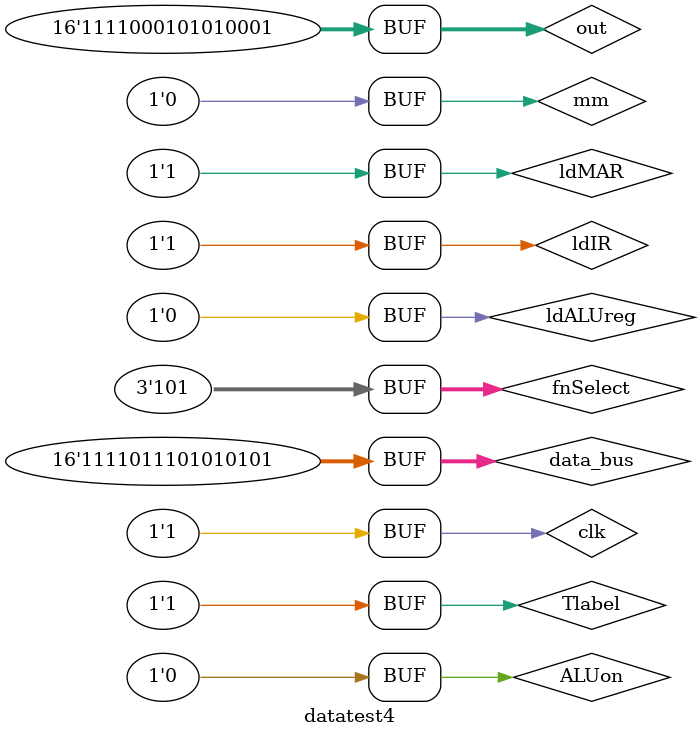
<source format=v>
`timescale 1ns / 1ps


module datatest4;

	// Inputs
	reg ldMAR;
	reg [15:0] data_bus;
	reg ldIR;
	reg Tlabel;
	reg clk;
	reg ALUon;
	reg [2:0] fnSelect;
	reg mm;
	reg [15:0] out;
	reg ldALUreg;

	// Outputs
	wire [3:0] ir_1;
	wire [1:0] ir_2;
	wire [1:0] ir_3;
	wire [2:0] ir_4;
	wire [2:0] funct;

	// Instantiate the Unit Under Test (UUT)
	datapath uut (
		.ldMAR(ldMAR), 
		.data_bus(data_bus), 
		.ldIR(ldIR), 
		.Tlabel(Tlabel), 
		.clk(clk), 
		.ir_1(ir_1), 
		.ir_2(ir_2), 
		.ir_3(ir_3), 
		.ir_4(ir_4), 
		.ALUon(ALUon), 
		.fnSelect(fnSelect), 
		.funct(funct), 
		.mm(mm), 
		.out(out), 
		.ldALUreg(ldALUreg)
	);

	initial begin
		// Initialize Inputs
		ldMAR = 0;
		data_bus = 0;
		ldIR = 0;
		Tlabel = 0;
		clk = 0;
		ALUon = 0;
		fnSelect = 0;
		mm = 0;
		out = 0;
		ldALUreg = 0;

		// Wait 100 ns for global reset to finish
				#10;
		clk=0;
		#5
		clk=1;
		data_bus = 16'b1111000101010101;
		ldIR =1;
		Tlabel =0;
		ldMAR =0;
		ALUon =1;
		fnSelect = 3'b100;
		mm =1;
		out = 16'b1111000101010111;
		ldALUreg = 1;
		#5
		clk=0;
		#5
		clk=1;
		data_bus = 16'b1111011101010101;
		ldIR =1;
		Tlabel =1;
		ldMAR =1;
		ALUon =0;
		fnSelect = 3'b101;
		mm=0;
		out = 16'b1111000101010001;
		ldALUreg =0;
		#5
		clk =0;
		#5
		clk=1;

        
		// Add stimulus here

	end
      
endmodule


</source>
